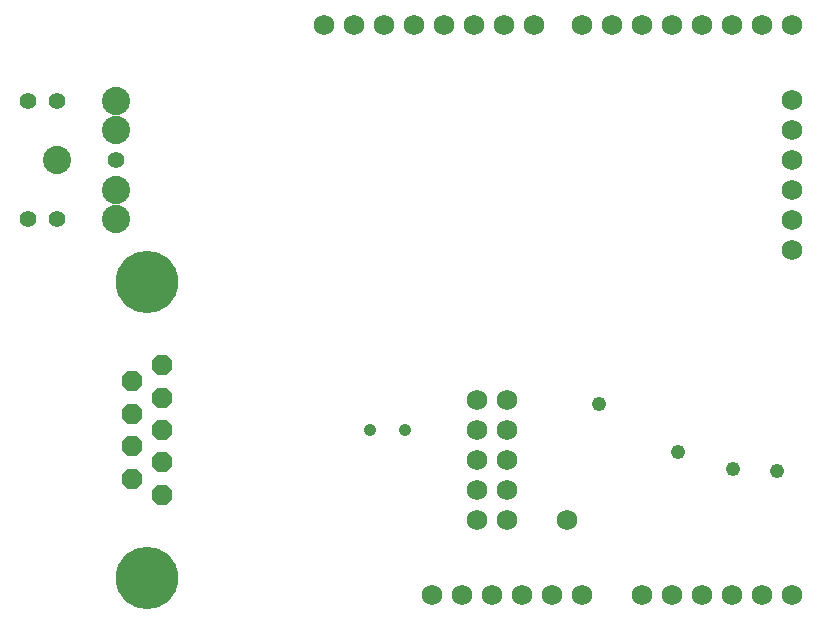
<source format=gbs>
G75*
G70*
%OFA0B0*%
%FSLAX24Y24*%
%IPPOS*%
%LPD*%
%AMOC8*
5,1,8,0,0,1.08239X$1,22.5*
%
%ADD10OC8,0.0680*%
%ADD11C,0.2080*%
%ADD12C,0.0680*%
%ADD13C,0.0415*%
%ADD14C,0.0552*%
%ADD15C,0.0940*%
%ADD16C,0.0480*%
D10*
X006699Y005569D03*
X007699Y005029D03*
X007699Y006109D03*
X006699Y006649D03*
X007699Y007189D03*
X006699Y007729D03*
X007699Y008269D03*
X006699Y008809D03*
X007699Y009349D03*
D11*
X007199Y002259D03*
X007199Y012119D03*
D12*
X018199Y008189D03*
X019199Y008189D03*
X019199Y007189D03*
X018199Y007189D03*
X018199Y006189D03*
X019199Y006189D03*
X019199Y005189D03*
X018199Y005189D03*
X018199Y004189D03*
X019199Y004189D03*
X021199Y004189D03*
X021699Y001689D03*
X020699Y001689D03*
X019699Y001689D03*
X018699Y001689D03*
X017699Y001689D03*
X016699Y001689D03*
X023699Y001689D03*
X024699Y001689D03*
X025699Y001689D03*
X026699Y001689D03*
X027699Y001689D03*
X028699Y001689D03*
X028699Y013189D03*
X028699Y014189D03*
X028699Y015189D03*
X028699Y016189D03*
X028699Y017189D03*
X028699Y018189D03*
X028699Y020689D03*
X027699Y020689D03*
X026699Y020689D03*
X025699Y020689D03*
X024699Y020689D03*
X023699Y020689D03*
X022699Y020689D03*
X021699Y020689D03*
X020099Y020689D03*
X019099Y020689D03*
X018099Y020689D03*
X017099Y020689D03*
X016099Y020689D03*
X015099Y020689D03*
X014099Y020689D03*
X013099Y020689D03*
D13*
X014608Y007189D03*
X015789Y007189D03*
D14*
X004199Y014221D03*
X003215Y014221D03*
X006167Y016189D03*
X004199Y018158D03*
X003215Y018158D03*
D15*
X004199Y016189D03*
X006167Y015205D03*
X006167Y014221D03*
X006167Y017174D03*
X006167Y018158D03*
D16*
X022239Y008049D03*
X024879Y006449D03*
X026719Y005889D03*
X028179Y005829D03*
M02*

</source>
